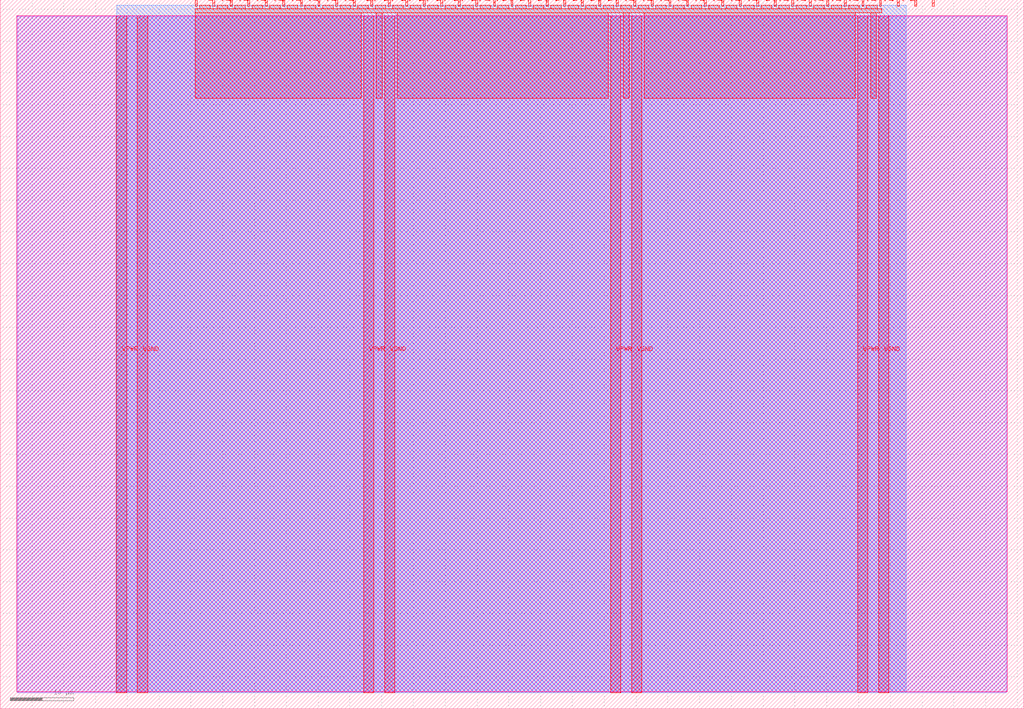
<source format=lef>
VERSION 5.7 ;
  NOWIREEXTENSIONATPIN ON ;
  DIVIDERCHAR "/" ;
  BUSBITCHARS "[]" ;
MACRO tt_um_a_0_array_multiplier
  CLASS BLOCK ;
  FOREIGN tt_um_a_0_array_multiplier ;
  ORIGIN 0.000 0.000 ;
  SIZE 161.000 BY 111.520 ;
  PIN VGND
    DIRECTION INOUT ;
    USE GROUND ;
    PORT
      LAYER met4 ;
        RECT 21.580 2.480 23.180 109.040 ;
    END
    PORT
      LAYER met4 ;
        RECT 60.450 2.480 62.050 109.040 ;
    END
    PORT
      LAYER met4 ;
        RECT 99.320 2.480 100.920 109.040 ;
    END
    PORT
      LAYER met4 ;
        RECT 138.190 2.480 139.790 109.040 ;
    END
  END VGND
  PIN VPWR
    DIRECTION INOUT ;
    USE POWER ;
    PORT
      LAYER met4 ;
        RECT 18.280 2.480 19.880 109.040 ;
    END
    PORT
      LAYER met4 ;
        RECT 57.150 2.480 58.750 109.040 ;
    END
    PORT
      LAYER met4 ;
        RECT 96.020 2.480 97.620 109.040 ;
    END
    PORT
      LAYER met4 ;
        RECT 134.890 2.480 136.490 109.040 ;
    END
  END VPWR
  PIN clk
    DIRECTION INPUT ;
    USE SIGNAL ;
    PORT
      LAYER met4 ;
        RECT 143.830 110.520 144.130 111.520 ;
    END
  END clk
  PIN ena
    DIRECTION INPUT ;
    USE SIGNAL ;
    PORT
      LAYER met4 ;
        RECT 146.590 110.520 146.890 111.520 ;
    END
  END ena
  PIN rst_n
    DIRECTION INPUT ;
    USE SIGNAL ;
    PORT
      LAYER met4 ;
        RECT 141.070 110.520 141.370 111.520 ;
    END
  END rst_n
  PIN ui_in[0]
    DIRECTION INPUT ;
    USE SIGNAL ;
    ANTENNAGATEAREA 0.213000 ;
    PORT
      LAYER met4 ;
        RECT 138.310 110.520 138.610 111.520 ;
    END
  END ui_in[0]
  PIN ui_in[1]
    DIRECTION INPUT ;
    USE SIGNAL ;
    ANTENNAGATEAREA 0.126000 ;
    PORT
      LAYER met4 ;
        RECT 135.550 110.520 135.850 111.520 ;
    END
  END ui_in[1]
  PIN ui_in[2]
    DIRECTION INPUT ;
    USE SIGNAL ;
    ANTENNAGATEAREA 0.213000 ;
    PORT
      LAYER met4 ;
        RECT 132.790 110.520 133.090 111.520 ;
    END
  END ui_in[2]
  PIN ui_in[3]
    DIRECTION INPUT ;
    USE SIGNAL ;
    ANTENNAGATEAREA 0.126000 ;
    PORT
      LAYER met4 ;
        RECT 130.030 110.520 130.330 111.520 ;
    END
  END ui_in[3]
  PIN ui_in[4]
    DIRECTION INPUT ;
    USE SIGNAL ;
    ANTENNAGATEAREA 0.213000 ;
    PORT
      LAYER met4 ;
        RECT 127.270 110.520 127.570 111.520 ;
    END
  END ui_in[4]
  PIN ui_in[5]
    DIRECTION INPUT ;
    USE SIGNAL ;
    ANTENNAGATEAREA 0.213000 ;
    PORT
      LAYER met4 ;
        RECT 124.510 110.520 124.810 111.520 ;
    END
  END ui_in[5]
  PIN ui_in[6]
    DIRECTION INPUT ;
    USE SIGNAL ;
    ANTENNAGATEAREA 0.213000 ;
    PORT
      LAYER met4 ;
        RECT 121.750 110.520 122.050 111.520 ;
    END
  END ui_in[6]
  PIN ui_in[7]
    DIRECTION INPUT ;
    USE SIGNAL ;
    ANTENNAGATEAREA 0.126000 ;
    PORT
      LAYER met4 ;
        RECT 118.990 110.520 119.290 111.520 ;
    END
  END ui_in[7]
  PIN uio_in[0]
    DIRECTION INPUT ;
    USE SIGNAL ;
    PORT
      LAYER met4 ;
        RECT 116.230 110.520 116.530 111.520 ;
    END
  END uio_in[0]
  PIN uio_in[1]
    DIRECTION INPUT ;
    USE SIGNAL ;
    PORT
      LAYER met4 ;
        RECT 113.470 110.520 113.770 111.520 ;
    END
  END uio_in[1]
  PIN uio_in[2]
    DIRECTION INPUT ;
    USE SIGNAL ;
    PORT
      LAYER met4 ;
        RECT 110.710 110.520 111.010 111.520 ;
    END
  END uio_in[2]
  PIN uio_in[3]
    DIRECTION INPUT ;
    USE SIGNAL ;
    PORT
      LAYER met4 ;
        RECT 107.950 110.520 108.250 111.520 ;
    END
  END uio_in[3]
  PIN uio_in[4]
    DIRECTION INPUT ;
    USE SIGNAL ;
    PORT
      LAYER met4 ;
        RECT 105.190 110.520 105.490 111.520 ;
    END
  END uio_in[4]
  PIN uio_in[5]
    DIRECTION INPUT ;
    USE SIGNAL ;
    PORT
      LAYER met4 ;
        RECT 102.430 110.520 102.730 111.520 ;
    END
  END uio_in[5]
  PIN uio_in[6]
    DIRECTION INPUT ;
    USE SIGNAL ;
    PORT
      LAYER met4 ;
        RECT 99.670 110.520 99.970 111.520 ;
    END
  END uio_in[6]
  PIN uio_in[7]
    DIRECTION INPUT ;
    USE SIGNAL ;
    PORT
      LAYER met4 ;
        RECT 96.910 110.520 97.210 111.520 ;
    END
  END uio_in[7]
  PIN uio_oe[0]
    DIRECTION OUTPUT ;
    USE SIGNAL ;
    PORT
      LAYER met4 ;
        RECT 49.990 110.520 50.290 111.520 ;
    END
  END uio_oe[0]
  PIN uio_oe[1]
    DIRECTION OUTPUT ;
    USE SIGNAL ;
    PORT
      LAYER met4 ;
        RECT 47.230 110.520 47.530 111.520 ;
    END
  END uio_oe[1]
  PIN uio_oe[2]
    DIRECTION OUTPUT ;
    USE SIGNAL ;
    PORT
      LAYER met4 ;
        RECT 44.470 110.520 44.770 111.520 ;
    END
  END uio_oe[2]
  PIN uio_oe[3]
    DIRECTION OUTPUT ;
    USE SIGNAL ;
    PORT
      LAYER met4 ;
        RECT 41.710 110.520 42.010 111.520 ;
    END
  END uio_oe[3]
  PIN uio_oe[4]
    DIRECTION OUTPUT ;
    USE SIGNAL ;
    PORT
      LAYER met4 ;
        RECT 38.950 110.520 39.250 111.520 ;
    END
  END uio_oe[4]
  PIN uio_oe[5]
    DIRECTION OUTPUT ;
    USE SIGNAL ;
    PORT
      LAYER met4 ;
        RECT 36.190 110.520 36.490 111.520 ;
    END
  END uio_oe[5]
  PIN uio_oe[6]
    DIRECTION OUTPUT ;
    USE SIGNAL ;
    PORT
      LAYER met4 ;
        RECT 33.430 110.520 33.730 111.520 ;
    END
  END uio_oe[6]
  PIN uio_oe[7]
    DIRECTION OUTPUT ;
    USE SIGNAL ;
    PORT
      LAYER met4 ;
        RECT 30.670 110.520 30.970 111.520 ;
    END
  END uio_oe[7]
  PIN uio_out[0]
    DIRECTION OUTPUT ;
    USE SIGNAL ;
    PORT
      LAYER met4 ;
        RECT 72.070 110.520 72.370 111.520 ;
    END
  END uio_out[0]
  PIN uio_out[1]
    DIRECTION OUTPUT ;
    USE SIGNAL ;
    PORT
      LAYER met4 ;
        RECT 69.310 110.520 69.610 111.520 ;
    END
  END uio_out[1]
  PIN uio_out[2]
    DIRECTION OUTPUT ;
    USE SIGNAL ;
    PORT
      LAYER met4 ;
        RECT 66.550 110.520 66.850 111.520 ;
    END
  END uio_out[2]
  PIN uio_out[3]
    DIRECTION OUTPUT ;
    USE SIGNAL ;
    PORT
      LAYER met4 ;
        RECT 63.790 110.520 64.090 111.520 ;
    END
  END uio_out[3]
  PIN uio_out[4]
    DIRECTION OUTPUT ;
    USE SIGNAL ;
    PORT
      LAYER met4 ;
        RECT 61.030 110.520 61.330 111.520 ;
    END
  END uio_out[4]
  PIN uio_out[5]
    DIRECTION OUTPUT ;
    USE SIGNAL ;
    PORT
      LAYER met4 ;
        RECT 58.270 110.520 58.570 111.520 ;
    END
  END uio_out[5]
  PIN uio_out[6]
    DIRECTION OUTPUT ;
    USE SIGNAL ;
    PORT
      LAYER met4 ;
        RECT 55.510 110.520 55.810 111.520 ;
    END
  END uio_out[6]
  PIN uio_out[7]
    DIRECTION OUTPUT ;
    USE SIGNAL ;
    PORT
      LAYER met4 ;
        RECT 52.750 110.520 53.050 111.520 ;
    END
  END uio_out[7]
  PIN uo_out[0]
    DIRECTION OUTPUT ;
    USE SIGNAL ;
    ANTENNAGATEAREA 0.247500 ;
    ANTENNADIFFAREA 0.924000 ;
    PORT
      LAYER met4 ;
        RECT 94.150 110.520 94.450 111.520 ;
    END
  END uo_out[0]
  PIN uo_out[1]
    DIRECTION OUTPUT ;
    USE SIGNAL ;
    ANTENNADIFFAREA 0.445500 ;
    PORT
      LAYER met4 ;
        RECT 91.390 110.520 91.690 111.520 ;
    END
  END uo_out[1]
  PIN uo_out[2]
    DIRECTION OUTPUT ;
    USE SIGNAL ;
    ANTENNADIFFAREA 0.445500 ;
    PORT
      LAYER met4 ;
        RECT 88.630 110.520 88.930 111.520 ;
    END
  END uo_out[2]
  PIN uo_out[3]
    DIRECTION OUTPUT ;
    USE SIGNAL ;
    ANTENNADIFFAREA 0.445500 ;
    PORT
      LAYER met4 ;
        RECT 85.870 110.520 86.170 111.520 ;
    END
  END uo_out[3]
  PIN uo_out[4]
    DIRECTION OUTPUT ;
    USE SIGNAL ;
    ANTENNADIFFAREA 0.445500 ;
    PORT
      LAYER met4 ;
        RECT 83.110 110.520 83.410 111.520 ;
    END
  END uo_out[4]
  PIN uo_out[5]
    DIRECTION OUTPUT ;
    USE SIGNAL ;
    ANTENNADIFFAREA 0.445500 ;
    PORT
      LAYER met4 ;
        RECT 80.350 110.520 80.650 111.520 ;
    END
  END uo_out[5]
  PIN uo_out[6]
    DIRECTION OUTPUT ;
    USE SIGNAL ;
    ANTENNADIFFAREA 0.445500 ;
    PORT
      LAYER met4 ;
        RECT 77.590 110.520 77.890 111.520 ;
    END
  END uo_out[6]
  PIN uo_out[7]
    DIRECTION OUTPUT ;
    USE SIGNAL ;
    ANTENNADIFFAREA 0.445500 ;
    PORT
      LAYER met4 ;
        RECT 74.830 110.520 75.130 111.520 ;
    END
  END uo_out[7]
  OBS
      LAYER nwell ;
        RECT 2.570 2.635 158.430 108.990 ;
      LAYER li1 ;
        RECT 2.760 2.635 158.240 108.885 ;
      LAYER met1 ;
        RECT 2.760 2.480 158.240 109.040 ;
      LAYER met2 ;
        RECT 18.310 2.535 142.510 110.685 ;
      LAYER met3 ;
        RECT 18.290 2.555 142.535 110.665 ;
      LAYER met4 ;
        RECT 31.370 110.120 33.030 110.665 ;
        RECT 34.130 110.120 35.790 110.665 ;
        RECT 36.890 110.120 38.550 110.665 ;
        RECT 39.650 110.120 41.310 110.665 ;
        RECT 42.410 110.120 44.070 110.665 ;
        RECT 45.170 110.120 46.830 110.665 ;
        RECT 47.930 110.120 49.590 110.665 ;
        RECT 50.690 110.120 52.350 110.665 ;
        RECT 53.450 110.120 55.110 110.665 ;
        RECT 56.210 110.120 57.870 110.665 ;
        RECT 58.970 110.120 60.630 110.665 ;
        RECT 61.730 110.120 63.390 110.665 ;
        RECT 64.490 110.120 66.150 110.665 ;
        RECT 67.250 110.120 68.910 110.665 ;
        RECT 70.010 110.120 71.670 110.665 ;
        RECT 72.770 110.120 74.430 110.665 ;
        RECT 75.530 110.120 77.190 110.665 ;
        RECT 78.290 110.120 79.950 110.665 ;
        RECT 81.050 110.120 82.710 110.665 ;
        RECT 83.810 110.120 85.470 110.665 ;
        RECT 86.570 110.120 88.230 110.665 ;
        RECT 89.330 110.120 90.990 110.665 ;
        RECT 92.090 110.120 93.750 110.665 ;
        RECT 94.850 110.120 96.510 110.665 ;
        RECT 97.610 110.120 99.270 110.665 ;
        RECT 100.370 110.120 102.030 110.665 ;
        RECT 103.130 110.120 104.790 110.665 ;
        RECT 105.890 110.120 107.550 110.665 ;
        RECT 108.650 110.120 110.310 110.665 ;
        RECT 111.410 110.120 113.070 110.665 ;
        RECT 114.170 110.120 115.830 110.665 ;
        RECT 116.930 110.120 118.590 110.665 ;
        RECT 119.690 110.120 121.350 110.665 ;
        RECT 122.450 110.120 124.110 110.665 ;
        RECT 125.210 110.120 126.870 110.665 ;
        RECT 127.970 110.120 129.630 110.665 ;
        RECT 130.730 110.120 132.390 110.665 ;
        RECT 133.490 110.120 135.150 110.665 ;
        RECT 136.250 110.120 137.910 110.665 ;
        RECT 30.655 109.440 138.625 110.120 ;
        RECT 30.655 96.055 56.750 109.440 ;
        RECT 59.150 96.055 60.050 109.440 ;
        RECT 62.450 96.055 95.620 109.440 ;
        RECT 98.020 96.055 98.920 109.440 ;
        RECT 101.320 96.055 134.490 109.440 ;
        RECT 136.890 96.055 137.790 109.440 ;
  END
END tt_um_a_0_array_multiplier
END LIBRARY


</source>
